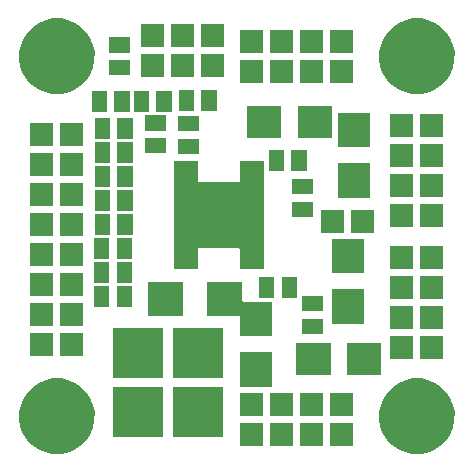
<source format=gbr>
G04 #@! TF.GenerationSoftware,KiCad,Pcbnew,(2017-02-05 revision 431abcf)-makepkg*
G04 #@! TF.CreationDate,2017-06-05T07:30:28+02:00*
G04 #@! TF.ProjectId,DIG4SW01A,4449473453573031412E6B696361645F,rev?*
G04 #@! TF.FileFunction,Soldermask,Bot*
G04 #@! TF.FilePolarity,Negative*
%FSLAX46Y46*%
G04 Gerber Fmt 4.6, Leading zero omitted, Abs format (unit mm)*
G04 Created by KiCad (PCBNEW (2017-02-05 revision 431abcf)-makepkg) date 06/05/17 07:30:28*
%MOMM*%
%LPD*%
G01*
G04 APERTURE LIST*
%ADD10C,1.300000*%
G04 APERTURE END LIST*
D10*
G36*
X5416110Y8277872D02*
X6030848Y8151685D01*
X6609363Y7908500D01*
X7129631Y7557574D01*
X7571824Y7112283D01*
X7919105Y6589582D01*
X8158249Y6009378D01*
X8280004Y5394466D01*
X8280004Y5394449D01*
X8280137Y5393776D01*
X8270128Y4676993D01*
X8269977Y4676330D01*
X8269977Y4676306D01*
X8131099Y4065032D01*
X7875851Y3491739D01*
X7514107Y2978933D01*
X7059653Y2546162D01*
X6529787Y2209900D01*
X5944712Y1982964D01*
X5326688Y1873989D01*
X4699273Y1887132D01*
X4086359Y2021890D01*
X3511293Y2273129D01*
X2995980Y2631282D01*
X2560044Y3082706D01*
X2220093Y3610208D01*
X1989075Y4193693D01*
X1875790Y4810936D01*
X1884551Y5438424D01*
X2015027Y6052266D01*
X2262248Y6629075D01*
X2616795Y7146877D01*
X3065163Y7585952D01*
X3590276Y7929576D01*
X4172132Y8164661D01*
X4788571Y8282254D01*
X5416110Y8277872D01*
X5416110Y8277872D01*
G37*
G36*
X35896110Y8277872D02*
X36510848Y8151685D01*
X37089363Y7908500D01*
X37609631Y7557574D01*
X38051824Y7112283D01*
X38399105Y6589582D01*
X38638249Y6009378D01*
X38760004Y5394466D01*
X38760004Y5394449D01*
X38760137Y5393776D01*
X38750128Y4676993D01*
X38749977Y4676330D01*
X38749977Y4676306D01*
X38611099Y4065032D01*
X38355851Y3491739D01*
X37994107Y2978933D01*
X37539653Y2546162D01*
X37009787Y2209900D01*
X36424712Y1982964D01*
X35806688Y1873989D01*
X35179273Y1887132D01*
X34566359Y2021890D01*
X33991293Y2273129D01*
X33475980Y2631282D01*
X33040044Y3082706D01*
X32700093Y3610208D01*
X32469075Y4193693D01*
X32355790Y4810936D01*
X32364551Y5438424D01*
X32495027Y6052266D01*
X32742248Y6629075D01*
X33096795Y7146877D01*
X33545163Y7585952D01*
X34070276Y7929576D01*
X34652132Y8164661D01*
X35268571Y8282254D01*
X35896110Y8277872D01*
X35896110Y8277872D01*
G37*
G36*
X30172000Y2594000D02*
X28248000Y2594000D01*
X28248000Y4518000D01*
X30172000Y4518000D01*
X30172000Y2594000D01*
X30172000Y2594000D01*
G37*
G36*
X27632000Y2594000D02*
X25708000Y2594000D01*
X25708000Y4518000D01*
X27632000Y4518000D01*
X27632000Y2594000D01*
X27632000Y2594000D01*
G37*
G36*
X25092000Y2594000D02*
X23168000Y2594000D01*
X23168000Y4518000D01*
X25092000Y4518000D01*
X25092000Y2594000D01*
X25092000Y2594000D01*
G37*
G36*
X22552000Y2594000D02*
X20628000Y2594000D01*
X20628000Y4518000D01*
X22552000Y4518000D01*
X22552000Y2594000D01*
X22552000Y2594000D01*
G37*
G36*
X19123000Y3309000D02*
X14913000Y3309000D01*
X14913000Y7519000D01*
X19123000Y7519000D01*
X19123000Y3309000D01*
X19123000Y3309000D01*
G37*
G36*
X14043000Y3309000D02*
X9833000Y3309000D01*
X9833000Y7519000D01*
X14043000Y7519000D01*
X14043000Y3309000D01*
X14043000Y3309000D01*
G37*
G36*
X22552000Y5134000D02*
X20628000Y5134000D01*
X20628000Y7058000D01*
X22552000Y7058000D01*
X22552000Y5134000D01*
X22552000Y5134000D01*
G37*
G36*
X25092000Y5134000D02*
X23168000Y5134000D01*
X23168000Y7058000D01*
X25092000Y7058000D01*
X25092000Y5134000D01*
X25092000Y5134000D01*
G37*
G36*
X30172000Y5134000D02*
X28248000Y5134000D01*
X28248000Y7058000D01*
X30172000Y7058000D01*
X30172000Y5134000D01*
X30172000Y5134000D01*
G37*
G36*
X27632000Y5134000D02*
X25708000Y5134000D01*
X25708000Y7058000D01*
X27632000Y7058000D01*
X27632000Y5134000D01*
X27632000Y5134000D01*
G37*
G36*
X23331780Y7577480D02*
X20630540Y7577480D01*
X20630540Y10476840D01*
X23331780Y10476840D01*
X23331780Y7577480D01*
X23331780Y7577480D01*
G37*
G36*
X19123000Y8309000D02*
X14913000Y8309000D01*
X14913000Y12519000D01*
X19123000Y12519000D01*
X19123000Y8309000D01*
X19123000Y8309000D01*
G37*
G36*
X14043000Y8309000D02*
X9833000Y8309000D01*
X9833000Y12519000D01*
X14043000Y12519000D01*
X14043000Y8309000D01*
X14043000Y8309000D01*
G37*
G36*
X28256840Y8555380D02*
X25357480Y8555380D01*
X25357480Y11256620D01*
X28256840Y11256620D01*
X28256840Y8555380D01*
X28256840Y8555380D01*
G37*
G36*
X32554520Y8555380D02*
X29655160Y8555380D01*
X29655160Y11256620D01*
X32554520Y11256620D01*
X32554520Y8555380D01*
X32554520Y8555380D01*
G37*
G36*
X35252000Y9960000D02*
X33328000Y9960000D01*
X33328000Y11884000D01*
X35252000Y11884000D01*
X35252000Y9960000D01*
X35252000Y9960000D01*
G37*
G36*
X37792000Y9960000D02*
X35868000Y9960000D01*
X35868000Y11884000D01*
X37792000Y11884000D01*
X37792000Y9960000D01*
X37792000Y9960000D01*
G37*
G36*
X4772000Y10214000D02*
X2848000Y10214000D01*
X2848000Y12138000D01*
X4772000Y12138000D01*
X4772000Y10214000D01*
X4772000Y10214000D01*
G37*
G36*
X7312000Y10214000D02*
X5388000Y10214000D01*
X5388000Y12138000D01*
X7312000Y12138000D01*
X7312000Y10214000D01*
X7312000Y10214000D01*
G37*
G36*
X20779080Y14874520D02*
X20781001Y14855011D01*
X20786692Y14836252D01*
X20795933Y14818963D01*
X20808369Y14803809D01*
X20823523Y14791373D01*
X20840812Y14782132D01*
X20859571Y14776441D01*
X20879080Y14774520D01*
X23331780Y14774520D01*
X23331780Y11875160D01*
X20630540Y11875160D01*
X20630540Y13436320D01*
X20628619Y13455829D01*
X20622928Y13474588D01*
X20613687Y13491877D01*
X20601251Y13507031D01*
X20586097Y13519467D01*
X20568808Y13528708D01*
X20550049Y13534399D01*
X20530540Y13536320D01*
X17828920Y13536320D01*
X17828920Y16435680D01*
X20779080Y16435680D01*
X20779080Y14874520D01*
X20779080Y14874520D01*
G37*
G36*
X27632000Y12055500D02*
X25835000Y12055500D01*
X25835000Y13344500D01*
X27632000Y13344500D01*
X27632000Y12055500D01*
X27632000Y12055500D01*
G37*
G36*
X35252000Y12500000D02*
X33328000Y12500000D01*
X33328000Y14424000D01*
X35252000Y14424000D01*
X35252000Y12500000D01*
X35252000Y12500000D01*
G37*
G36*
X37792000Y12500000D02*
X35868000Y12500000D01*
X35868000Y14424000D01*
X37792000Y14424000D01*
X37792000Y12500000D01*
X37792000Y12500000D01*
G37*
G36*
X7312000Y12754000D02*
X5388000Y12754000D01*
X5388000Y14678000D01*
X7312000Y14678000D01*
X7312000Y12754000D01*
X7312000Y12754000D01*
G37*
G36*
X4772000Y12754000D02*
X2848000Y12754000D01*
X2848000Y14678000D01*
X4772000Y14678000D01*
X4772000Y12754000D01*
X4772000Y12754000D01*
G37*
G36*
X31068620Y12911480D02*
X28367380Y12911480D01*
X28367380Y15810840D01*
X31068620Y15810840D01*
X31068620Y12911480D01*
X31068620Y12911480D01*
G37*
G36*
X15729560Y13536320D02*
X12779400Y13536320D01*
X12779400Y16435680D01*
X15729560Y16435680D01*
X15729560Y13536320D01*
X15729560Y13536320D01*
G37*
G36*
X27632000Y13960500D02*
X25835000Y13960500D01*
X25835000Y15249500D01*
X27632000Y15249500D01*
X27632000Y13960500D01*
X27632000Y13960500D01*
G37*
G36*
X11439500Y14341500D02*
X10150500Y14341500D01*
X10150500Y16138500D01*
X11439500Y16138500D01*
X11439500Y14341500D01*
X11439500Y14341500D01*
G37*
G36*
X9534500Y14341500D02*
X8245500Y14341500D01*
X8245500Y16138500D01*
X9534500Y16138500D01*
X9534500Y14341500D01*
X9534500Y14341500D01*
G37*
G36*
X37792000Y15040000D02*
X35868000Y15040000D01*
X35868000Y16964000D01*
X37792000Y16964000D01*
X37792000Y15040000D01*
X37792000Y15040000D01*
G37*
G36*
X35252000Y15040000D02*
X33328000Y15040000D01*
X33328000Y16964000D01*
X35252000Y16964000D01*
X35252000Y15040000D01*
X35252000Y15040000D01*
G37*
G36*
X25409500Y15103500D02*
X24120500Y15103500D01*
X24120500Y16900500D01*
X25409500Y16900500D01*
X25409500Y15103500D01*
X25409500Y15103500D01*
G37*
G36*
X23504500Y15103500D02*
X22215500Y15103500D01*
X22215500Y16900500D01*
X23504500Y16900500D01*
X23504500Y15103500D01*
X23504500Y15103500D01*
G37*
G36*
X7312000Y15294000D02*
X5388000Y15294000D01*
X5388000Y17218000D01*
X7312000Y17218000D01*
X7312000Y15294000D01*
X7312000Y15294000D01*
G37*
G36*
X4772000Y15294000D02*
X2848000Y15294000D01*
X2848000Y17218000D01*
X4772000Y17218000D01*
X4772000Y15294000D01*
X4772000Y15294000D01*
G37*
G36*
X11439500Y16373500D02*
X10150500Y16373500D01*
X10150500Y18170500D01*
X11439500Y18170500D01*
X11439500Y16373500D01*
X11439500Y16373500D01*
G37*
G36*
X9534500Y16373500D02*
X8245500Y16373500D01*
X8245500Y18170500D01*
X9534500Y18170500D01*
X9534500Y16373500D01*
X9534500Y16373500D01*
G37*
G36*
X31068620Y17209160D02*
X28367380Y17209160D01*
X28367380Y20108520D01*
X31068620Y20108520D01*
X31068620Y17209160D01*
X31068620Y17209160D01*
G37*
G36*
X17002000Y24969000D02*
X17003921Y24949491D01*
X17009612Y24930732D01*
X17018853Y24913443D01*
X17031289Y24898289D01*
X17046443Y24885853D01*
X17063732Y24876612D01*
X17082491Y24870921D01*
X17102000Y24869000D01*
X20502000Y24869000D01*
X20521509Y24870921D01*
X20540268Y24876612D01*
X20557557Y24885853D01*
X20572711Y24898289D01*
X20585147Y24913443D01*
X20594388Y24930732D01*
X20600079Y24949491D01*
X20602000Y24969000D01*
X20602000Y26654000D01*
X22602000Y26654000D01*
X22602000Y17504000D01*
X20602000Y17504000D01*
X20602000Y19189000D01*
X20600079Y19208509D01*
X20594388Y19227268D01*
X20585147Y19244557D01*
X20572711Y19259711D01*
X20557557Y19272147D01*
X20540268Y19281388D01*
X20521509Y19287079D01*
X20502000Y19289000D01*
X17102000Y19289000D01*
X17082491Y19287079D01*
X17063732Y19281388D01*
X17046443Y19272147D01*
X17031289Y19259711D01*
X17018853Y19244557D01*
X17009612Y19227268D01*
X17003921Y19208509D01*
X17002000Y19189000D01*
X17002000Y17504000D01*
X15002000Y17504000D01*
X15002000Y26654000D01*
X17002000Y26654000D01*
X17002000Y24969000D01*
X17002000Y24969000D01*
G37*
G36*
X37792000Y17580000D02*
X35868000Y17580000D01*
X35868000Y19504000D01*
X37792000Y19504000D01*
X37792000Y17580000D01*
X37792000Y17580000D01*
G37*
G36*
X35252000Y17580000D02*
X33328000Y17580000D01*
X33328000Y19504000D01*
X35252000Y19504000D01*
X35252000Y17580000D01*
X35252000Y17580000D01*
G37*
G36*
X4772000Y17834000D02*
X2848000Y17834000D01*
X2848000Y19758000D01*
X4772000Y19758000D01*
X4772000Y17834000D01*
X4772000Y17834000D01*
G37*
G36*
X7312000Y17834000D02*
X5388000Y17834000D01*
X5388000Y19758000D01*
X7312000Y19758000D01*
X7312000Y17834000D01*
X7312000Y17834000D01*
G37*
G36*
X9534500Y18405500D02*
X8245500Y18405500D01*
X8245500Y20202500D01*
X9534500Y20202500D01*
X9534500Y18405500D01*
X9534500Y18405500D01*
G37*
G36*
X11439500Y18405500D02*
X10150500Y18405500D01*
X10150500Y20202500D01*
X11439500Y20202500D01*
X11439500Y18405500D01*
X11439500Y18405500D01*
G37*
G36*
X4772000Y20374000D02*
X2848000Y20374000D01*
X2848000Y22298000D01*
X4772000Y22298000D01*
X4772000Y20374000D01*
X4772000Y20374000D01*
G37*
G36*
X7312000Y20374000D02*
X5388000Y20374000D01*
X5388000Y22298000D01*
X7312000Y22298000D01*
X7312000Y20374000D01*
X7312000Y20374000D01*
G37*
G36*
X11503000Y20437500D02*
X10214000Y20437500D01*
X10214000Y22234500D01*
X11503000Y22234500D01*
X11503000Y20437500D01*
X11503000Y20437500D01*
G37*
G36*
X9598000Y20437500D02*
X8309000Y20437500D01*
X8309000Y22234500D01*
X9598000Y22234500D01*
X9598000Y20437500D01*
X9598000Y20437500D01*
G37*
G36*
X31950000Y20628000D02*
X30026000Y20628000D01*
X30026000Y22552000D01*
X31950000Y22552000D01*
X31950000Y20628000D01*
X31950000Y20628000D01*
G37*
G36*
X29410000Y20628000D02*
X27486000Y20628000D01*
X27486000Y22552000D01*
X29410000Y22552000D01*
X29410000Y20628000D01*
X29410000Y20628000D01*
G37*
G36*
X35252000Y21136000D02*
X33328000Y21136000D01*
X33328000Y23060000D01*
X35252000Y23060000D01*
X35252000Y21136000D01*
X35252000Y21136000D01*
G37*
G36*
X37792000Y21136000D02*
X35868000Y21136000D01*
X35868000Y23060000D01*
X37792000Y23060000D01*
X37792000Y21136000D01*
X37792000Y21136000D01*
G37*
G36*
X26806500Y21961500D02*
X25009500Y21961500D01*
X25009500Y23250500D01*
X26806500Y23250500D01*
X26806500Y21961500D01*
X26806500Y21961500D01*
G37*
G36*
X9598000Y22469500D02*
X8309000Y22469500D01*
X8309000Y24266500D01*
X9598000Y24266500D01*
X9598000Y22469500D01*
X9598000Y22469500D01*
G37*
G36*
X11503000Y22469500D02*
X10214000Y22469500D01*
X10214000Y24266500D01*
X11503000Y24266500D01*
X11503000Y22469500D01*
X11503000Y22469500D01*
G37*
G36*
X4772000Y22914000D02*
X2848000Y22914000D01*
X2848000Y24838000D01*
X4772000Y24838000D01*
X4772000Y22914000D01*
X4772000Y22914000D01*
G37*
G36*
X7312000Y22914000D02*
X5388000Y22914000D01*
X5388000Y24838000D01*
X7312000Y24838000D01*
X7312000Y22914000D01*
X7312000Y22914000D01*
G37*
G36*
X31576620Y23579480D02*
X28875380Y23579480D01*
X28875380Y26478840D01*
X31576620Y26478840D01*
X31576620Y23579480D01*
X31576620Y23579480D01*
G37*
G36*
X37792000Y23676000D02*
X35868000Y23676000D01*
X35868000Y25600000D01*
X37792000Y25600000D01*
X37792000Y23676000D01*
X37792000Y23676000D01*
G37*
G36*
X35252000Y23676000D02*
X33328000Y23676000D01*
X33328000Y25600000D01*
X35252000Y25600000D01*
X35252000Y23676000D01*
X35252000Y23676000D01*
G37*
G36*
X26806500Y23866500D02*
X25009500Y23866500D01*
X25009500Y25155500D01*
X26806500Y25155500D01*
X26806500Y23866500D01*
X26806500Y23866500D01*
G37*
G36*
X11503000Y24501500D02*
X10214000Y24501500D01*
X10214000Y26298500D01*
X11503000Y26298500D01*
X11503000Y24501500D01*
X11503000Y24501500D01*
G37*
G36*
X9598000Y24501500D02*
X8309000Y24501500D01*
X8309000Y26298500D01*
X9598000Y26298500D01*
X9598000Y24501500D01*
X9598000Y24501500D01*
G37*
G36*
X7312000Y25454000D02*
X5388000Y25454000D01*
X5388000Y27378000D01*
X7312000Y27378000D01*
X7312000Y25454000D01*
X7312000Y25454000D01*
G37*
G36*
X4772000Y25454000D02*
X2848000Y25454000D01*
X2848000Y27378000D01*
X4772000Y27378000D01*
X4772000Y25454000D01*
X4772000Y25454000D01*
G37*
G36*
X24330000Y25835000D02*
X23041000Y25835000D01*
X23041000Y27632000D01*
X24330000Y27632000D01*
X24330000Y25835000D01*
X24330000Y25835000D01*
G37*
G36*
X26235000Y25835000D02*
X24946000Y25835000D01*
X24946000Y27632000D01*
X26235000Y27632000D01*
X26235000Y25835000D01*
X26235000Y25835000D01*
G37*
G36*
X35252000Y26216000D02*
X33328000Y26216000D01*
X33328000Y28140000D01*
X35252000Y28140000D01*
X35252000Y26216000D01*
X35252000Y26216000D01*
G37*
G36*
X37792000Y26216000D02*
X35868000Y26216000D01*
X35868000Y28140000D01*
X37792000Y28140000D01*
X37792000Y26216000D01*
X37792000Y26216000D01*
G37*
G36*
X9598000Y26533500D02*
X8309000Y26533500D01*
X8309000Y28330500D01*
X9598000Y28330500D01*
X9598000Y26533500D01*
X9598000Y26533500D01*
G37*
G36*
X11503000Y26533500D02*
X10214000Y26533500D01*
X10214000Y28330500D01*
X11503000Y28330500D01*
X11503000Y26533500D01*
X11503000Y26533500D01*
G37*
G36*
X17154500Y27295500D02*
X15357500Y27295500D01*
X15357500Y28584500D01*
X17154500Y28584500D01*
X17154500Y27295500D01*
X17154500Y27295500D01*
G37*
G36*
X14360500Y27359000D02*
X12563500Y27359000D01*
X12563500Y28648000D01*
X14360500Y28648000D01*
X14360500Y27359000D01*
X14360500Y27359000D01*
G37*
G36*
X31576620Y27877160D02*
X28875380Y27877160D01*
X28875380Y30776520D01*
X31576620Y30776520D01*
X31576620Y27877160D01*
X31576620Y27877160D01*
G37*
G36*
X4772000Y27994000D02*
X2848000Y27994000D01*
X2848000Y29918000D01*
X4772000Y29918000D01*
X4772000Y27994000D01*
X4772000Y27994000D01*
G37*
G36*
X7312000Y27994000D02*
X5388000Y27994000D01*
X5388000Y29918000D01*
X7312000Y29918000D01*
X7312000Y27994000D01*
X7312000Y27994000D01*
G37*
G36*
X11503000Y28565500D02*
X10214000Y28565500D01*
X10214000Y30362500D01*
X11503000Y30362500D01*
X11503000Y28565500D01*
X11503000Y28565500D01*
G37*
G36*
X9598000Y28565500D02*
X8309000Y28565500D01*
X8309000Y30362500D01*
X9598000Y30362500D01*
X9598000Y28565500D01*
X9598000Y28565500D01*
G37*
G36*
X28373680Y28621380D02*
X25474320Y28621380D01*
X25474320Y31322620D01*
X28373680Y31322620D01*
X28373680Y28621380D01*
X28373680Y28621380D01*
G37*
G36*
X24076000Y28621380D02*
X21176640Y28621380D01*
X21176640Y31322620D01*
X24076000Y31322620D01*
X24076000Y28621380D01*
X24076000Y28621380D01*
G37*
G36*
X37792000Y28756000D02*
X35868000Y28756000D01*
X35868000Y30680000D01*
X37792000Y30680000D01*
X37792000Y28756000D01*
X37792000Y28756000D01*
G37*
G36*
X35252000Y28756000D02*
X33328000Y28756000D01*
X33328000Y30680000D01*
X35252000Y30680000D01*
X35252000Y28756000D01*
X35252000Y28756000D01*
G37*
G36*
X17154500Y29200500D02*
X15357500Y29200500D01*
X15357500Y30489500D01*
X17154500Y30489500D01*
X17154500Y29200500D01*
X17154500Y29200500D01*
G37*
G36*
X14360500Y29264000D02*
X12563500Y29264000D01*
X12563500Y30553000D01*
X14360500Y30553000D01*
X14360500Y29264000D01*
X14360500Y29264000D01*
G37*
G36*
X11249000Y30851500D02*
X9960000Y30851500D01*
X9960000Y32648500D01*
X11249000Y32648500D01*
X11249000Y30851500D01*
X11249000Y30851500D01*
G37*
G36*
X9344000Y30851500D02*
X8055000Y30851500D01*
X8055000Y32648500D01*
X9344000Y32648500D01*
X9344000Y30851500D01*
X9344000Y30851500D01*
G37*
G36*
X12900000Y30851500D02*
X11611000Y30851500D01*
X11611000Y32648500D01*
X12900000Y32648500D01*
X12900000Y30851500D01*
X12900000Y30851500D01*
G37*
G36*
X14805000Y30851500D02*
X13516000Y30851500D01*
X13516000Y32648500D01*
X14805000Y32648500D01*
X14805000Y30851500D01*
X14805000Y30851500D01*
G37*
G36*
X18615000Y30915000D02*
X17326000Y30915000D01*
X17326000Y32712000D01*
X18615000Y32712000D01*
X18615000Y30915000D01*
X18615000Y30915000D01*
G37*
G36*
X16710000Y30915000D02*
X15421000Y30915000D01*
X15421000Y32712000D01*
X16710000Y32712000D01*
X16710000Y30915000D01*
X16710000Y30915000D01*
G37*
G36*
X35896110Y38757872D02*
X36510848Y38631685D01*
X37089363Y38388500D01*
X37609631Y38037574D01*
X38051824Y37592283D01*
X38399105Y37069582D01*
X38638249Y36489378D01*
X38760004Y35874466D01*
X38760004Y35874449D01*
X38760137Y35873776D01*
X38750128Y35156993D01*
X38749977Y35156330D01*
X38749977Y35156306D01*
X38611099Y34545032D01*
X38355851Y33971739D01*
X37994107Y33458933D01*
X37539653Y33026162D01*
X37009787Y32689900D01*
X36424712Y32462964D01*
X35806688Y32353989D01*
X35179273Y32367132D01*
X34566359Y32501890D01*
X33991293Y32753129D01*
X33475980Y33111282D01*
X33040044Y33562706D01*
X32700093Y34090208D01*
X32469075Y34673693D01*
X32355790Y35290936D01*
X32364551Y35918424D01*
X32495027Y36532266D01*
X32742248Y37109075D01*
X33096795Y37626877D01*
X33545163Y38065952D01*
X34070276Y38409576D01*
X34652132Y38644661D01*
X35268571Y38762254D01*
X35896110Y38757872D01*
X35896110Y38757872D01*
G37*
G36*
X5416110Y38757872D02*
X6030848Y38631685D01*
X6609363Y38388500D01*
X7129631Y38037574D01*
X7571824Y37592283D01*
X7919105Y37069582D01*
X8158249Y36489378D01*
X8280004Y35874466D01*
X8280004Y35874449D01*
X8280137Y35873776D01*
X8270128Y35156993D01*
X8269977Y35156330D01*
X8269977Y35156306D01*
X8131099Y34545032D01*
X7875851Y33971739D01*
X7514107Y33458933D01*
X7059653Y33026162D01*
X6529787Y32689900D01*
X5944712Y32462964D01*
X5326688Y32353989D01*
X4699273Y32367132D01*
X4086359Y32501890D01*
X3511293Y32753129D01*
X2995980Y33111282D01*
X2560044Y33562706D01*
X2220093Y34090208D01*
X1989075Y34673693D01*
X1875790Y35290936D01*
X1884551Y35918424D01*
X2015027Y36532266D01*
X2262248Y37109075D01*
X2616795Y37626877D01*
X3065163Y38065952D01*
X3590276Y38409576D01*
X4172132Y38644661D01*
X4788571Y38762254D01*
X5416110Y38757872D01*
X5416110Y38757872D01*
G37*
G36*
X22552000Y33328000D02*
X20628000Y33328000D01*
X20628000Y35252000D01*
X22552000Y35252000D01*
X22552000Y33328000D01*
X22552000Y33328000D01*
G37*
G36*
X30172000Y33328000D02*
X28248000Y33328000D01*
X28248000Y35252000D01*
X30172000Y35252000D01*
X30172000Y33328000D01*
X30172000Y33328000D01*
G37*
G36*
X25092000Y33328000D02*
X23168000Y33328000D01*
X23168000Y35252000D01*
X25092000Y35252000D01*
X25092000Y33328000D01*
X25092000Y33328000D01*
G37*
G36*
X27632000Y33328000D02*
X25708000Y33328000D01*
X25708000Y35252000D01*
X27632000Y35252000D01*
X27632000Y33328000D01*
X27632000Y33328000D01*
G37*
G36*
X14170000Y33836000D02*
X12246000Y33836000D01*
X12246000Y35760000D01*
X14170000Y35760000D01*
X14170000Y33836000D01*
X14170000Y33836000D01*
G37*
G36*
X16710000Y33836000D02*
X14786000Y33836000D01*
X14786000Y35760000D01*
X16710000Y35760000D01*
X16710000Y33836000D01*
X16710000Y33836000D01*
G37*
G36*
X19250000Y33836000D02*
X17326000Y33836000D01*
X17326000Y35760000D01*
X19250000Y35760000D01*
X19250000Y33836000D01*
X19250000Y33836000D01*
G37*
G36*
X11312500Y33963000D02*
X9515500Y33963000D01*
X9515500Y35252000D01*
X11312500Y35252000D01*
X11312500Y33963000D01*
X11312500Y33963000D01*
G37*
G36*
X22552000Y35868000D02*
X20628000Y35868000D01*
X20628000Y37792000D01*
X22552000Y37792000D01*
X22552000Y35868000D01*
X22552000Y35868000D01*
G37*
G36*
X11312500Y35868000D02*
X9515500Y35868000D01*
X9515500Y37157000D01*
X11312500Y37157000D01*
X11312500Y35868000D01*
X11312500Y35868000D01*
G37*
G36*
X25092000Y35868000D02*
X23168000Y35868000D01*
X23168000Y37792000D01*
X25092000Y37792000D01*
X25092000Y35868000D01*
X25092000Y35868000D01*
G37*
G36*
X27632000Y35868000D02*
X25708000Y35868000D01*
X25708000Y37792000D01*
X27632000Y37792000D01*
X27632000Y35868000D01*
X27632000Y35868000D01*
G37*
G36*
X30172000Y35868000D02*
X28248000Y35868000D01*
X28248000Y37792000D01*
X30172000Y37792000D01*
X30172000Y35868000D01*
X30172000Y35868000D01*
G37*
G36*
X19250000Y36376000D02*
X17326000Y36376000D01*
X17326000Y38300000D01*
X19250000Y38300000D01*
X19250000Y36376000D01*
X19250000Y36376000D01*
G37*
G36*
X16710000Y36376000D02*
X14786000Y36376000D01*
X14786000Y38300000D01*
X16710000Y38300000D01*
X16710000Y36376000D01*
X16710000Y36376000D01*
G37*
G36*
X14170000Y36376000D02*
X12246000Y36376000D01*
X12246000Y38300000D01*
X14170000Y38300000D01*
X14170000Y36376000D01*
X14170000Y36376000D01*
G37*
M02*

</source>
